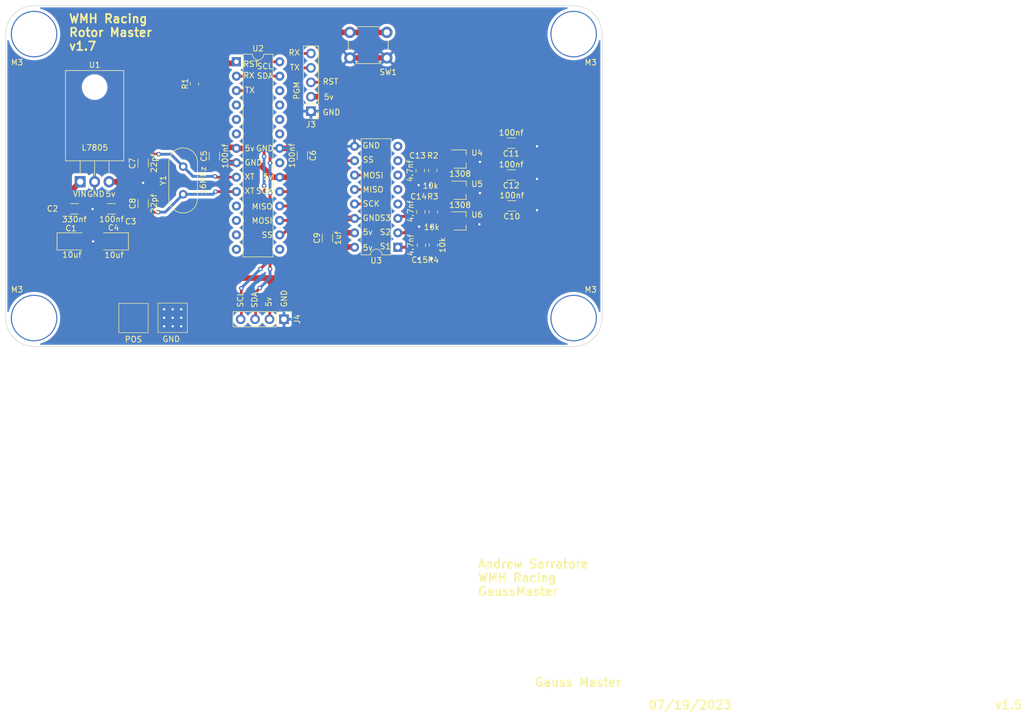
<source format=kicad_pcb>
(kicad_pcb (version 20221018) (generator pcbnew)
  (layers (0 "F.Cu" signal) (31 "B.Cu" signal) (34 "B.Paste" user) (35 "F.Paste" user) (36 "B.SilkS" user "B.Silkscreen") (37 "F.SilkS" user "F.Silkscreen") (38 "B.Mask" user) (39 "F.Mask" user) (44 "Edge.Cuts" user))
  (net 0 "")
  (net 1 "/+8.4v")
  (net 2 "GND")
  (net 3 "/+5v")
  (net 4 "/XTAL1")
  (net 5 "/XTAL2")
  (net 6 "/RX")
  (net 7 "/TX")
  (net 8 "/SS")
  (net 9 "/MOSI")
  (net 10 "/MISO")
  (net 11 "/SCK")
  (net 17 "/RESET")
  (net 18 "SEN1")
  (net 19 "SEN2")
  (net 20 "/SDA")
  (net 21 "/SCL")
  (net 22 "SEN3")
  (footprint "Capacitor_SMD:C_1206_3216Metric_Pad1.33x1.80mm_HandSolder" (layer "F.Cu") (at 131.745 96.4925 90)
    (fp_text reference "C5")
    (fp_text value "100nf")
  )
  (footprint "Connector_PinHeader_2.54mm:PinHeader_1x04_P2.54mm_Vertical" (layer "F.Cu") (at 143.995 125.205 -90)
    (fp_text reference "J4")
    (fp_text value "I2C")
  )
  (footprint "MountingHole:MountingHole_3.2mm_M3" (layer "F.Cu") (at 195 75)
    (fp_text reference "H3")
    (fp_text value "M3")
  )
  (footprint "MountingHole:MountingHole_3.2mm_M3" (layer "F.Cu") (at 100 125)
    (fp_text reference "H2")
    (fp_text value "M3")
  )
  (footprint "Package_DIP:DIP-28_W7.62mm" (layer "F.Cu") (at 135.625 79.875)
    (fp_text reference "U2")
    (fp_text value "ATmega328P-P")
  )
  (footprint "Button_Switch_THT:SW_PUSH_6mm_H7.3mm" (layer "F.Cu") (at 162.1 79.2 180)
    (fp_text reference "SW1")
    (fp_text value "SW_Push_Dual")
  )
  (footprint "SolderPad_THT:SolderPad_5x5" (layer "F.Cu") (at 124.4 124.95)
    (fp_text reference "J2")
    (fp_text value "GND")
  )
  (footprint "Crystal:Crystal_HC49-4H_Vertical" (layer "F.Cu") (at 126.245 103.205 90)
    (fp_text reference "Y1")
    (fp_text value "16MHz")
  )
  (footprint "Capacitor_SMD:C_1206_3216Metric_Pad1.33x1.80mm_HandSolder" (layer "F.Cu") (at 113.6375 105.77 180)
    (fp_text reference "C3")
    (fp_text value "100nf")
  )
  (footprint "MountingHole:MountingHole_3.2mm_M3" (layer "F.Cu") (at 100 75)
    (fp_text reference "H1")
    (fp_text value "M3")
  )
  (footprint "Capacitor_Tantalum_SMD:CP_EIA-3528-21_Kemet-B_Pad1.50x2.35mm_HandSolder" (layer "F.Cu") (at 106.675 111.5)
    (fp_text reference "C1")
    (fp_text value "10uf")
  )
  (footprint "Capacitor_SMD:C_0805_2012Metric_Pad1.18x1.45mm_HandSolder" (layer "F.Cu") (at 168 99.0375 -90)
    (fp_text reference "C13")
    (fp_text value "4.7nf")
  )
  (footprint "Package_TO_SOT_SMD:SOT-23W" (layer "F.Cu") (at 175 102.5)
    (fp_text reference "U5")
    (fp_text value "1308")
  )
  (footprint "Capacitor_SMD:C_1206_3216Metric_Pad1.33x1.80mm_HandSolder" (layer "F.Cu") (at 184.0125 94.2 180)
    (fp_text reference "C11")
    (fp_text value "100nf")
  )
  (footprint "Capacitor_SMD:C_1206_3216Metric_Pad1.33x1.80mm_HandSolder" (layer "F.Cu") (at 184.1125 105.25 180)
    (fp_text reference "C10")
    (fp_text value "100nf")
  )
  (footprint "Capacitor_SMD:C_1206_3216Metric_Pad1.33x1.80mm_HandSolder" (layer "F.Cu") (at 184.0125 99.8 180)
    (fp_text reference "C12")
    (fp_text value "100nf")
  )
  (footprint "Resistor_SMD:R_0805_2012Metric_Pad1.20x1.40mm_HandSolder" (layer "F.Cu") (at 170.2 99 -90)
    (fp_text reference "R2")
    (fp_text value "10k")
  )
  (footprint "Capacitor_SMD:C_1206_3216Metric_Pad1.33x1.80mm_HandSolder" (layer "F.Cu") (at 151.645 110.9175 90)
    (fp_text reference "C9")
    (fp_text value "1uf")
  )
  (footprint "Package_DIP:DIP-16_W7.62mm" (layer "F.Cu") (at 164.045 112.535 180)
    (fp_text reference "U3")
    (fp_text value "MCP3208")
  )
  (footprint "Package_TO_SOT_SMD:SOT-23W" (layer "F.Cu") (at 175 107.9)
    (fp_text reference "U6")
    (fp_text value "1308" hide)
  )
  (footprint "Capacitor_SMD:C_1206_3216Metric_Pad1.33x1.80mm_HandSolder" (layer "F.Cu") (at 119.2 104.8375 90)
    (fp_text reference "C8")
    (fp_text value "22pf")
  )
  (footprint "Capacitor_SMD:C_1206_3216Metric_Pad1.33x1.80mm_HandSolder" (layer "F.Cu") (at 119.2 97.7125 -90)
    (fp_text reference "C7")
    (fp_text value "22pf")
  )
  (footprint "Capacitor_Tantalum_SMD:CP_EIA-3528-21_Kemet-B_Pad1.50x2.35mm_HandSolder" (layer "F.Cu") (at 113.975 111.5 180)
    (fp_text reference "C4")
    (fp_text value "10uf")
  )
  (footprint "Resistor_SMD:R_0805_2012Metric_Pad1.20x1.40mm_HandSolder" (layer "F.Cu") (at 170.3 112.1625 -90)
    (fp_text reference "R4")
    (fp_text value "10k")
  )
  (footprint "SolderPad_THT:SolderPad_5x5" (layer "F.Cu") (at 117.5 125)
    (fp_text reference "J1")
    (fp_text value "POS")
  )
  (footprint "Capacitor_SMD:C_0805_2012Metric_Pad1.18x1.45mm_HandSolder" (layer "F.Cu") (at 168.2 112.2 -90)
    (fp_text reference "C15")
    (fp_text value "4.7nf")
  )
  (footprint "Package_TO_SOT_THT:TO-220-3_Horizontal_TabDown" (layer "F.Cu") (at 108.12 101)
    (fp_text reference "U1")
    (fp_text value "L7805")
  )
  (footprint "Package_TO_SOT_SMD:SOT-23W" (layer "F.Cu") (at 175 97)
    (fp_text reference "U4")
    (fp_text value "1308")
  )
  (footprint "Capacitor_SMD:C_0805_2012Metric_Pad1.18x1.45mm_HandSolder" (layer "F.Cu") (at 168.1 106.3 -90)
    (fp_text reference "C14")
    (fp_text value "4.7nf")
  )
  (footprint "Capacitor_SMD:C_1206_3216Metric_Pad1.33x1.80mm_HandSolder" (layer "F.Cu") (at 147.245 96.3925 -90)
    (fp_text reference "C6")
    (fp_text value "100nf")
  )
  (footprint "Capacitor_SMD:C_1206_3216Metric_Pad1.33x1.80mm_HandSolder" (layer "F.Cu") (at 107.0975 105.77)
    (fp_text reference "C2")
    (fp_text value "330nf")
  )
  (footprint "Connector_PinHeader_2.54mm:PinHeader_1x05_P2.54mm_Vertical" (layer "F.Cu") (at 148.745 88.575 180)
    (fp_text reference "J3")
    (fp_text value "PGM")
  )
  (footprint "Resistor_SMD:R_0805_2012Metric_Pad1.20x1.40mm_HandSolder" (layer "F.Cu") (at 128.245 83.755 90)
    (fp_text reference "R1")
    (fp_text value "10k")
  )
  (footprint "MountingHole:MountingHole_3.2mm_M3" (layer "F.Cu") (at 195 125)
    (fp_text reference "H4")
    (fp_text value "M3")
  )
  (footprint "Resistor_SMD:R_0805_2012Metric_Pad1.20x1.40mm_HandSolder" (layer "F.Cu") (at 170.3 106.3 -90)
    (fp_text reference "R3")
    (fp_text value "10k")
  )
  (gr_circle (center 100 125) (end 104 125) (stroke (width 0.2)) (fill none) (layer "B.Cu"))
  (gr_circle (center 195 75) (end 191 75) (stroke (width 0.2)) (fill none) (layer "B.Cu"))
  (gr_circle (center 100 75) (end 104 75) (stroke (width 0.2)) (fill none) (layer "B.Cu"))
  (gr_circle (center 195 125) (end 191 125) (stroke (width 0.2)) (fill none) (layer "B.Cu"))
  (gr_arc (start 195 70) (mid 198.535534 71.464466) (end 200 75) (stroke (width 0.1)) (layer "Edge.Cuts"))
  (gr_line (start 100 70) (end 195 70) (stroke (width 0.1)) (layer "Edge.Cuts"))
  (gr_arc (start 100 130) (mid 96.464466 128.535534) (end 95 125) (stroke (width 0.1)) (layer "Edge.Cuts"))
  (gr_arc (start 95 75) (mid 96.464466 71.464466) (end 100 70) (stroke (width 0.1)) (layer "Edge.Cuts"))
  (gr_line (start 95 125) (end 95 75) (stroke (width 0.1)) (layer "Edge.Cuts"))
  (gr_line (start 195 130) (end 100 130) (stroke (width 0.1)) (layer "Edge.Cuts"))
  (gr_line (start 200 75) (end 200 125) (stroke (width 0.1)) (layer "Edge.Cuts"))
  (gr_arc (start 200 125) (mid 198.535534 128.535534) (end 195 130) (stroke (width 0.1)) (layer "Edge.Cuts"))
  (gr_text "GND" (at 136.995 98.205) (layer "F.SilkS") (effects (font (size 1 1)) (justify left bottom)))
  (gr_text "SDA" (at 139.4 123.3 90) (layer "F.SilkS") (effects (font (size 1 1)) (justify left bottom)))
  (gr_text "VIN" (at 106.75 103.75) (layer "F.SilkS") (effects (font (size 1 1)) (justify left bottom)))
  (gr_text "GND" (at 157.745 95.205) (layer "F.SilkS") (effects (font (size 1 1)) (justify left bottom)))
  (gr_text "RST" (at 136.745 80.855) (layer "F.SilkS") (effects (font (size 1 1)) (justify left bottom)))
  (gr_text "GND" (at 150.745 89.355) (layer "F.SilkS") (effects (font (size 1 1)) (justify left bottom)))
  (gr_text "MOSI" (at 157.795 100.455) (layer "F.SilkS") (effects (font (size 1 1)) (justify left bottom)))
  (gr_text "RX" (at 136.745 82.855) (layer "F.SilkS") (effects (font (size 1 1)) (justify left bottom)))
  (gr_text "GND" (at 109.25 103.75) (layer "F.SilkS") (effects (font (size 1 1)) (justify left bottom)))
  (gr_text "SS" (at 157.795 97.705) (layer "F.SilkS") (effects (font (size 1 1)) (justify left bottom)))
  (gr_text "XT" (at 136.995 103.205) (layer "F.SilkS") (effects (font (size 1 1)) (justify left bottom)))
  (gr_text "Gauss Master" (at 188 190) (layer "F.SilkS") (effects (font (size 1.5 1.5) (thickness 0.3) bold) (justify left bottom)))
  (gr_text "WMH Racing\nRotor Master\nv1.7" (at 106 78) (layer "F.SilkS") (effects (font (size 1.5 1.5) (thickness 0.3) bold) (justify left bottom)))
  (gr_text "SCK" (at 138.995 103.205) (layer "F.SilkS") (effects (font (size 1 1)) (justify left bottom)))
  (gr_text "SCL" (at 136.9 123.2 90) (layer "F.SilkS") (effects (font (size 1 1)) (justify left bottom)))
  (gr_text "RST" (at 150.745 83.955) (layer "F.SilkS") (effects (font (size 1 1)) (justify left bottom)))
  (gr_text "SDA" (at 139.145 82.955) (layer "F.SilkS") (effects (font (size 1 1)) (justify left bottom)))
  (gr_text "07/19/2023" (at 208 194) (layer "F.SilkS") (effects (font (size 1.5 1.5) (thickness 0.3) bold) (justify left bottom)))
  (gr_text "5v" (at 157.795 113.205) (layer "F.SilkS") (effects (font (size 1 1)) (justify left bottom)))
  (gr_text "TX" (at 137.045 85.455) (layer "F.SilkS") (effects (font (size 1 1)) (justify left bottom)))
  (gr_text "MISO" (at 157.795 102.955) (layer "F.SilkS") (effects (font (size 1 1)) (justify left bottom)))
  (gr_text "S2" (at 160.795 110.455) (layer "F.SilkS") (effects (font (size 1 1)) (justify left bottom)))
  (gr_text "RX" (at 144.745 78.855) (layer "F.SilkS") (effects (font (size 1 1)) (justify left bottom)))
  (gr_text "SCL" (at 139.145 81.255) (layer "F.SilkS") (effects (font (size 1 1)) (justify left bottom)))
  (gr_text "MOSI" (at 138.245 108.455) (layer "F.SilkS") (effects (font (size 1 1)) (justify left bottom)))
  (gr_text "Andrew Sarratore\nWMH Racing\nGaussMaster" (at 178 174) (layer "F.SilkS") (effects (font (size 1.5 1.5) (thickness 0.3) bold) (justify left bottom)))
  (gr_text "SCK" (at 157.795 105.455) (layer "F.SilkS") (effects (font (size 1 1)) (justify left bottom)))
  (gr_text "5v" (at 157.795 110.455) (layer "F.SilkS") (effects (font (size 1 1)) (justify left bottom)))
  (gr_text "5v" (at 150.945 86.655) (layer "F.SilkS") (effects (font (size 1 1)) (justify left bottom)))
  (gr_text "TX" (at 144.945 81.455) (layer "F.SilkS") (effects (font (size 1 1)) (justify left bottom)))
  (gr_text "MISO" (at 138.245 105.955) (layer "F.SilkS") (effects (font (size 1 1)) (justify left bottom)))
  (gr_text "S1" (at 160.795 112.955) (layer "F.SilkS") (effects (font (size 1 1)) (justify left bottom)))
  (gr_text "GND" (at 144.6 123.2 90) (layer "F.SilkS") (effects (font (size 1 1)) (justify left bottom)))
  (gr_text "GND" (at 157.795 107.955) (layer "F.SilkS") (effects (font (size 1 1)) (justify left bottom)))
  (gr_text "XT" (at 136.995 100.705) (layer "F.SilkS") (effects (font (size 1 1)) (justify left bottom)))
  (gr_text "5v" (at 136.995 95.705) (layer "F.SilkS") (effects (font (size 1 1)) (justify left bottom)))
  (gr_text "GND" (at 138.995 95.705) (layer "F.SilkS") (effects (font (size 1 1)) (justify left bottom)))
  (gr_text "5v" (at 112.5 103.75) (layer "F.SilkS") (effects (font (size 1 1)) (justify left bottom)))
  (gr_text "v1.5" (at 269 194) (layer "F.SilkS") (effects (font (size 1.5 1.5) (thickness 0.3) bold) (justify left bottom)))
  (gr_text "SS" (at 139.995 110.955) (layer "F.SilkS") (effects (font (size 1 1)) (justify left bottom)))
  (gr_text "5v" (at 140.245 100.705) (layer "F.SilkS") (effects (font (size 1 1)) (justify left bottom)))
  (gr_text "S3" (at 160.795 107.955) (layer "F.SilkS") (effects (font (size 1 1)) (justify left bottom)))
  (gr_text "5v" (at 141.9 123.1 90) (layer "F.SilkS") (effects (font (size 1 1)) (justify left bottom)))
  (segment (start 105.05 120.05) (end 110 125) (width 1) (layer "F.Cu") (net 1))
  (segment (start 105.535 103.585) (end 108.12 101) (width 1) (layer "F.Cu") (net 1))
  (segment (start 105.535 105.77) (end 105.535 103.585) (width 1) (layer "F.Cu") (net 1))
  (segment (start 105.05 108.85) (end 105.535 108.365) (width 1) (layer "F.Cu") (net 1))
  (segment (start 105.05 111.5) (end 105.05 120.05) (width 1) (layer "F.Cu") (net 1))
  (segment (start 105.05 111.5) (end 105.05 108.85) (width 1) (layer "F.Cu") (net 1))
  (segment (start 110 125) (end 117.5 125) (width 1) (layer "F.Cu") (net 1))
  (segment (start 105.535 108.365) (end 105.535 105.77) (width 1) (layer "F.Cu") (net 1))
  (segment (start 170.3 113.1625) (end 170.3 114.1625) (width 0.5) (layer "F.Cu") (net 2))
  (segment (start 132.145 97.655) (end 131.745 98.055) (width 1) (layer "F.Cu") (net 2))
  (segment (start 168.2 114.0625) (end 167.7 114.5625) (width 0.5) (layer "F.Cu") (net 2))
  (segment (start 178 102.5) (end 178.5 103) (width 1) (layer "F.Cu") (net 2))
  (segment (start 170.2 101.1) (end 169.7 101.6) (width 0.5) (layer "F.Cu") (net 2))
  (segment (start 153.545 107.455) (end 156.425 107.455) (width 1) (layer "F.Cu") (net 2))
  (segment (start 170.3 107.4) (end 170.3 108.6) (width 0.5) (layer "F.Cu") (net 2))
  (segment (start 112.35 113.85) (end 118 119.5) (width 1) (layer "F.Cu") (net 2))
  (segment (start 168 101.3) (end 167.7 101.6) (width 0.5) (layer "F.Cu") (net 2))
  (segment (start 170.3 108.6) (end 170 108.9) (width 0.5) (layer "F.Cu") (net 2))
  (segment (start 187.8 105.25) (end 188.55 106) (width 1) (layer "F.Cu") (net 2))
  (segment (start 122.15 119.45) (end 124.4 121.7) (width 1) (layer "F.Cu") (net 2))
  (segment (start 124.4 121.7) (end 124.4 123.45) (width 1) (layer "F.Cu") (net 2))
  (segment (start 146.96 95.115) (end 147.245 94.83) (width 1) (layer "F.Cu") (net 2))
  (segment (start 188 94.2) (end 188.55 94.75) (width 1) (layer "F.Cu") (net 2))
  (segment (start 170.3 114.1625) (end 169.9 114.5625) (width 0.5) (layer "F.Cu") (net 2))
  (segment (start 151.645 109.355) (end 153.545 107.455) (width 1) (layer "F.Cu") (net 2))
  (segment (start 155.6 79.2) (end 158.85 79.2) (width 1) (layer "F.Cu") (net 2))
  (segment (start 135.625 97.655) (end 132.145 97.655) (width 1) (layer "F.Cu") (net 2))
  (segment (start 170 108.9) (end 170.1 108.8) (width 0.5) (layer "F.Cu") (net 2))
  (segment (start 119.2 101.2) (end 119.2 103.275) (width 0.5) (layer "F.Cu") (net 2))
  (segment (start 168.2 113.2375) (end 168.2 114.0625) (width 0.5) (layer "F.Cu") (net 2))
  (segment (start 176.2 107.9) (end 177.8 107.9) (width 1) (layer "F.Cu") (net 2))
  (segment (start 176.2 97) (end 178 97) (width 1) (layer "F.Cu") (net 2))
  (segment (start 168 100.075) (end 168 101.3) (width 0.5) (layer "F.Cu") (net 2))
  (segment (start 124.4 123.45) (end 124.4 124.95) (width 1) (layer "F.Cu") (net 2))
  (segment (start 185.575 94.2) (end 188 94.2) (width 1) (layer "F.Cu") (net 2))
  (segment (start 185.575 99.8) (end 187.85 99.8) (width 1) (layer "F.Cu") (net 2))
  (segment (start 108.3 111.5) (end 110.4 111.5) (width 1) (layer "F.Cu") (net 2))
  (segment (start 176.2 102.5) (end 178 102.5) (width 1) (layer "F.Cu") (net 2))
  (segment (start 168.1 107.4) (end 168.1 108.6) (width 0.5) (layer "F.Cu") (net 2))
  (segment (start 178 97) (end 178.5 97.5) (width 1) (layer "F.Cu") (net 2))
  (segment (start 158.85 79.2) (end 162.1 79.2) (width 1) (layer "F.Cu") (net 2))
  (segment (start 110.4 111.5) (end 112.35 111.5) (width 1) (layer "F.Cu") (net 2))
  (segment (start 187.85 99.8) (end 188.55 100.5) (width 1) (layer "F.Cu") (net 2))
  (segment (start 110.37 105.77) (end 112.075 105.77) (width 1) (layer "F.Cu") (net 2))
  (segment (start 177.8 107.9) (end 178.4 108.5) (width 1) (layer "F.Cu") (net 2))
  (segment (start 143.245 95.115) (end 146.96 95.115) (width 1) (layer "F.Cu") (net 2))
  (segment (start 185.675 105.25) (end 187.8 105.25) (width 1) (layer "F.Cu") (net 2))
  (segment (start 119.2 99.275) (end 119.2 101.2) (width 0.5) (layer "F.Cu") (net 2))
  (segment (start 167.8 108.9) (end 167.9 108.8) (width 0.5) (layer "F.Cu") (net 2))
  (segment (start 118 119.5) (end 122.25 119.5) (width 1) (layer "F.Cu") (net 2))
  (segment (start 108.66 105.77) (end 110.23 105.77) (width 1) (layer "F.Cu") (net 2))
  (segment (start 112.35 111.5) (end 112.35 113.85) (width 1) (layer "F.Cu") (net 2))
  (segment (start 170.2 100) (end 170.2 101.1) (width 0.5) (layer "F.Cu") (net 2))
  (segment (start 168.1 108.6) (end 167.8 108.9) (width 0.5) (layer "F.Cu") (net 2))
  (via (at 169.9 114.5625) (size 0.8) (drill 0.4) (layers "F.Cu" "B.Cu") (net 2))
  (via (at 110.4 111.5) (size 0.8) (drill 0.4) (layers "F.Cu" "B.Cu") (net 2))
  (via (at 169.7 101.6) (size 0.8) (drill 0.4) (layers "F.Cu" "B.Cu") (net 2))
  (via (at 124.4 126.45) (size 0.8) (drill 0.4) (layers "F.Cu" "B.Cu") (net 2))
  (via (at 124.4 123.45) (size 0.8) (drill 0.4) (layers "F.Cu" "B.Cu") (net 2))
  (via (at 122.9 124.95) (size 0.8) (drill 0.4) (layers "F.Cu" "B.Cu") (net 2))
  (via (at 188.55 94.75) (size 0.8) (drill 0.4) (layers "F.Cu" "B.Cu") (net 2))
  (via (at 178.5 103) (size 0.8) (drill 0.4) (layers "F.Cu" "B.Cu") (net 2))
  (via (at 167.7 114.5625) (size 0.8) (drill 0.4) (layers "F.Cu" "B.Cu") (net 2))
  (via (at 170 108.9) (size 0.8) (drill 0.4) (layers "F.Cu" "B.Cu") (net 2))
  (via (at 188.55 106) (size 0.8) (drill 0.4) (layers "F.Cu" "B.Cu") (net 2))
  (via (at 122.9 123.45) (size 0.8) (drill 0.4) (layers "F.Cu" "B.Cu") (net 2))
  (via (at 125.9 126.45) (size 0.8) (drill 0.4) (layers "F.Cu" "B.Cu") (net 2))
  (via (at 188.55 100.5) (size 0.8) (drill 0.4) (layers "F.Cu" "B.Cu") (net 2))
  (via (at 119.2 101.2) (size 0.8) (drill 0.4) (layers "F.Cu" "B.Cu") (net 2))
  (via (at 125.9 123.45) (size 0.8) (drill 0.4) (layers "F.Cu" "B.Cu") (net 2))
  (via (at 178.5 97.5) (size 0.8) (drill 0.4) (layers "F.Cu" "B.Cu") (net 2))
  (via (at 125.9 124.95) (size 0.8) (drill 0.4) (layers "F.Cu" "B.Cu") (net 2))
  (via (at 178.4 108.5) (size 0.8) (drill 0.4) (layers "F.Cu" "B.Cu") (net 2))
  (via (at 167.7 101.6) (size 0.8) (drill 0.4) (layers "F.Cu" "B.Cu") (net 2))
  (via (at 110.3 105.8) (size 0.8) (drill 0.4) (layers "F.Cu" "B.Cu") (net 2))
  (via (at 122.9 126.45) (size 0.8) (drill 0.4) (layers "F.Cu" "B.Cu") (net 2))
  (via (at 167.8 108.9) (size 0.8) (drill 0.4) (layers "F.Cu" "B.Cu") (net 2))
  (via (at 124.4 124.95) (size 0.8) (drill 0.4) (layers "F.Cu" "B.Cu") (net 2))
  (segment (start 151.645 112.48) (end 151.645 116.755) (width 1) (layer "F.Cu") (net 3))
  (segment (start 150.325 86.035) (end 148.745 86.035) (width 1) (layer "F.Cu") (net 3))
  (segment (start 131.745 90.155) (end 129.355 87.765) (width 1) (layer "F.Cu") (net 3))
  (segment (start 151.245 98.455) (end 151.245 86.955) (width 1) (layer "F.Cu") (net 3))
  (segment (start 146.405 100.195) (end 147.245 99.355) (width 1) (layer "F.Cu") (net 3))
  (segment (start 141.495 118.955) (end 142.495 117.955) (width 0.5) (layer "F.Cu") (net 3))
  (segment (start 128.245 86.555) (end 128.245 84.755) (width 1) (layer "F.Cu") (net 3))
  (segment (start 151.245 117.955) (end 152.845 117.955) (width 1) (layer "F.Cu") (net 3))
  (segment (start 141.495 118.955) (end 141.495 117.955) (width 0.5) (layer "F.Cu") (net 3))
  (segment (start 182.6 112.3) (end 182.6 105.3) (width 1) (layer "F.Cu") (net 3))
  (segment (start 115.6 111.5) (end 115.6 108.8) (width 1) (layer "F.Cu") (net 3))
  (segment (start 151.245 86.955) (end 150.325 86.035) (width 1) (layer "F.Cu") (net 3))
  (segment (start 115.2 105.77) (end 115.2 102) (width 1) (layer "F.Cu") (net 3))
  (segment (start 117.25 90.56) (end 117.25 98.75) (width 1) (layer "F.Cu") (net 3))
  (segment (start 182.45 94.2) (end 174.3 94.2) (width 1) (layer "F.Cu") (net 3))
  (segment (start 143.745 117.955) (end 144.495 117.955) (width 1) (layer "F.Cu") (net 3))
  (segment (start 115.2 102) (end 115.2 101.2) (width 1) (layer "F.Cu") (net 3))
  (segment (start 141.985 100.195) (end 143.245 100.195) (width 1) (layer "F.Cu") (net 3))
  (segment (start 126.9 87.81) (end 126.945 87.765) (width 1) (layer "F.Cu") (net 3))
  (segment (start 174.3 94.2) (end 173.8 94.7) (width 1) (layer "F.Cu") (net 3))
  (segment (start 132.245 94.955) (end 135.465 94.955) (width 1) (layer "F.Cu") (net 3))
  (segment (start 123.955 117.955) (end 117.5 111.5) (width 1) (layer "F.Cu") (net 3))
  (segment (start 151.645 116.755) (end 151.645 117.955) (width 1) (layer "F.Cu") (net 3))
  (segment (start 150.445 117.955) (end 150.345 117.955) (width 1) (layer "F.Cu") (net 3))
  (segment (start 155.105 109.995) (end 154.545 110.555) (width 1) (layer "F.Cu") (net 3))
  (segment (start 135.465 94.955) (end 135.625 95.115) (width 1) (layer "F.Cu") (net 3))
  (segment (start 151.645 116.755) (end 150.445 117.955) (width 1) (layer "F.Cu") (net 3))
  (segment (start 156.37 112.48) (end 156.425 112.535) (width 1) (layer "F.Cu") (net 3))
  (segment (start 128.245 86.655) (end 129.355 87.765) (width 1) (layer "F.Cu") (net 3))
  (segment (start 152.845 117.955) (end 153.245 117.955) (width 1) (layer "F.Cu") (net 3))
  (segment (start 182.45 99.8) (end 182.45 94.2) (width 1) (layer "F.Cu") (net 3))
  (segment (start 151.645 112.48) (end 154.545 112.48) (width 1) (layer "F.Cu") (net 3))
  (segment (start 177.15 117.75) (end 182.6 112.3) (width 1) (layer "F.Cu") (net 3))
  (segment (start 120 87.81) (end 117.25 90.56) (width 1) (layer "F.Cu") (net 3))
  (segment (start 173.8 100.2) (end 173.8 101.55) (width 1) (layer "F.Cu") (net 3))
  (segment (start 115 101) (end 113.2 101) (width 1) (layer "F.Cu") (net 3))
  (segment (start 128.155 86.555) (end 126.945 87.765) (width 1) (layer "F.Cu") (net 3))
  (segment (start 154.545 112.48) (end 156.37 112.48) (width 1) (layer "F.Cu") (net 3))
  (segment (start 151.245 117.955) (end 151.645 117.955) (width 1) (layer "F.Cu") (net 3))
  (segment (start 154.245 117.955) (end 176.945 117.955) (width 1) (layer "F.Cu") (net 3))
  (segment (start 149.505 100.195) (end 151.245 98.455) (width 1) (layer "F.Cu") (net 3))
  (segment (start 135.625 95.115) (end 136.905 95.115) (width 1) (layer "F.Cu") (net 3))
  (segment (start 128.245 86.555) (end 128.245 86.655) (width 1) (layer "F.Cu") (net 3))
  (segment (start 139.745 117.955) (end 123.955 117.955) (width 1) (layer "F.Cu") (net 3))
  (segment (start 114.2 101) (end 115.2 102) (width 0.5) (layer "F.Cu") (net 3))
  (segment (start 117.5 111.5) (end 115.6 111.5) (width 1) (layer "F.Cu") (net 3))
  (segment (start 143.245 100.195) (end 146.405 100.195) (width 1) (layer "F.Cu") (net 3))
  (segment (start 144.495 117.955) (end 150.345 117.955) (width 1) (layer "F.Cu") (net 3))
  (segment (start 182.45 99.8) (end 174.2 99.8) (width 1) (layer "F.Cu") (net 3))
  (segment (start 154.245 117.955) (end 153.645 117.955) (width 1) (layer "F.Cu") (net 3))
  (segment (start 115.2 101.2) (end 115 101) (width 1) (layer "F.Cu") (net 3))
  (segment (start 142.495 117.955) (end 143.745 117.955) (width 1) (layer "F.Cu") (net 3))
  (segment (start 153.245 117.955) (end 154.245 117.955) (width 1) (layer "F.Cu") (net 3))
  (segment (start 156.425 109.995) (end 155.105 109.995) (width 1) (layer "F.Cu") (net 3))
  (segment (start 151.645 116.755) (end 152.845 117.955) (width 1) (layer "F.Cu") (net 3))
  (segment (start 131.745 94.93) (end 131.745 90.155) (width 1) (layer "F.Cu") (net 3))
  (segment (start 128.245 87.765) (end 128.245 86.555) (width 1) (layer "F.Cu") (net 3))
  (segment (start 113.2 101) (end 114.2 101) (width 0.5) (layer "F.Cu") (net 3))
  (segment (start 117.25 98.75) (end 115 101) (width 1) (layer "F.Cu") (net 3))
  (segment (start 182.55 105.25) (end 182.55 99.9) (width 1) (layer "F.Cu") (net 3))
  (segment (start 174.2 99.8) (end 173.8 100.2) (width 1) (layer "F.Cu") (net 3))
  (segment (start 173.8 94.7) (end 173.8 96.05) (width 1) (layer "F.Cu") (net 3))
  (segment (start 139.745 117.955) (end 141.495 117.955) (width 1) (layer "F.Cu") (net 3))
  (segment (start 115.6 108.8) (end 115.2 108.4) (width 1) (layer "F.Cu") (net 3))
  (segment (start 120 87.81) (end 126.9 87.81) (width 1) (layer "F.Cu") (net 3))
  (segment (start 141.495 125.205) (end 141.495 118.955) (width 0.5) (layer "F.Cu") (net 3))
  (segment (start 140.495 117.955) (end 139.745 117.955) (width 0.5) (layer "F.Cu") (net 3))
  (segment (start 141.495 118.955) (end 140.495 117.955) (width 0.5) (layer "F.Cu") (net 3))
  (segment (start 154.545 110.555) (end 154.545 112.48) (width 1) (layer "F.Cu") (net 3))
  (segment (start 129.355 87.765) (end 128.245 87.765) (width 1) (layer "F.Cu") (net 3))
  (segment (start 176.9 118) (end 177.15 117.75) (width 1) (layer "F.Cu") (net 3))
  (segment (start 150.345 117.955) (end 151.245 117.955) (width 1) (layer "F.Cu") (net 3))
  (segment (start 182.55 105.25) (end 174.25 105.25) (width 1) (layer "F.Cu") (net 3))
  (segment (start 128.245 86.555) (end 128.155 86.555) (width 1) (layer "F.Cu") (net 3))
  (segment (start 146.405 100.195) (end 149.505 100.195) (width 1) (layer "F.Cu") (net 3))
  (segment (start 174.25 105.25) (end 173.8 105.7) (width 1) (layer "F.Cu") (net 3))
  (segment (start 136.905 95.115) (end 141.985 100.195) (width 1) (layer "F.Cu") (net 3))
  (segment (start 128.245 87.765) (end 126.945 87.765) (width 1) (layer "F.Cu") (net 3))
  (segment (start 176.945 117.955) (end 177.15 117.75) (width 1) (layer "F.Cu") (net 3))
  (segment (start 173.8 105.7) (end 173.8 106.95) (width 1) (layer "F.Cu") (net 3))
  (segment (start 115.2 108.4) (end 115.2 105.77) (width 1) (layer "F.Cu") (net 3))
  (segment (start 182.6 105.3) (end 182.55 105.25) (width 1) (layer "F.Cu") (net 3))
  (segment (start 141.495 117.955) (end 142.495 117.955) (width 1) (layer "F.Cu") (net 3))
  (segment (start 147.245 99.355) (end 147.245 97.955) (width 1) (layer "F.Cu") (net 3))
  (segment (start 121.945 96.155) (end 119.205 96.155) (width 0.5) (layer "F.Cu") (net 4))
  (segment (start 135.625 100.195) (end 131.985 100.195) (width 0.5) (layer "F.Cu") (net 4))
  (segment (start 131.845 100.055) (end 131.945 100.155) (width 0.5) (layer "F.Cu") (net 4))
  (segment (start 131.985 100.195) (end 131.845 100.055) (width 0.5) (layer "F.Cu") (net 4))
  (segment (start 119.205 96.155) (end 119.2 96.15) (width 0.5) (layer "F.Cu") (net 4))
  (via (at 121.945 96.155) (size 0.8) (drill 0.4) (layers "F.Cu" "B.Cu") (net 4))
  (via (at 131.845 100.055) (size 0.8) (drill 0.4) (layers "F.Cu" "B.Cu") (net 4))
  (segment (start 126.245 98.325) (end 124.075 96.155) (width 0.5) (layer "B.Cu") (net 4))
  (segment (start 124.075 96.155) (end 121.945 96.155) (width 0.5) (layer "B.Cu") (net 4))
  (segment (start 127.975 100.055) (end 126.245 98.325) (width 0.5) (layer "B.Cu") (net 4))
  (segment (start 131.845 100.055) (end 127.975 100.055) (width 0.5) (layer "B.Cu") (net 4))
  (segment (start 131.945 102.755) (end 131.945 102.855) (width 0.5) (layer "F.Cu") (net 5))
  (segment (start 131.945 102.855) (end 132.045 102.755) (width 0.5) (layer "F.Cu") (net 5))
  (segment (start 132.045 102.755) (end 131.945 102.755) (width 0.5) (layer "F.Cu") (net 5))
  (segment (start 135.625 102.735) (end 132.065 102.735) (width 0.5) (layer "F.Cu") (net 5))
  (segment (start 132.065 102.735) (end 132.045 102.755) (width 0.5) (layer "F.Cu") (net 5))
  (segment (start 119.245 106.355) (end 119.2 106.4) (width 0.5) (layer "F.Cu") (net 5))
  (segment (start 121.845 106.355) (end 119.245 106.355) (width 0.5) (layer "F.Cu") (net 5))
  (via (at 121.845 106.355) (size 0.8) (drill 0.4) (layers "F.Cu" "B.Cu") (net 5))
  (via (at 131.945 102.755) (size 0.8) (drill 0.4) (layers "F.Cu" "B.Cu") (net 5))
  (segment (start 126.245 103.205) (end 123.095 106.355) (width 0.5) (layer "B.Cu") (net 5))
  (segment (start 131.495 103.205) (end 131.945 102.755) (width 0.5) (layer "B.Cu") (net 5))
  (segment (start 126.245 103.205) (end 131.495 103.205) (width 0.5) (layer "B.Cu") (net 5))
  (segment (start 123.095 106.355) (end 121.845 106.355) (width 0.5) (layer "B.Cu") (net 5))
  (segment (start 147.205 78.415) (end 145.245 76.455) (width 0.5) (layer "F.Cu") (net 6))
  (segment (start 139.745 76.455) (end 138.245 77.955) (width 0.5) (layer "F.Cu") (net 6))
  (segment (start 145.245 76.455) (end 139.745 76.455) (width 0.5) (layer "F.Cu") (net 6))
  (segment (start 136.785 82.415) (end 135.625 82.415) (width 0.5) (layer "F.Cu") (net 6))
  (segment (start 138.245 80.955) (end 136.785 82.415) (width 0.5) (layer "F.Cu") (net 6))
  (segment (start 138.245 77.955) (end 138.245 80.955) (width 0.5) (layer "F.Cu") (net 6))
  (segment (start 148.745 78.415) (end 147.205 78.415) (width 0.5) (layer "F.Cu") (net 6))
  (segment (start 139.745 77.455) (end 138.945 78.255) (width 0.5) (layer "F.Cu") (net 7))
  (segment (start 138.945 78.255) (end 138.945 83.755) (width 0.5) (layer "F.Cu") (net 7))
  (segment (start 145.245 80.455) (end 145.245 78.455) (width 0.5) (layer "F.Cu") (net 7))
  (segment (start 145.245 78.455) (end 144.245 77.455) (width 0.5) (layer "F.Cu") (net 7))
  (segment (start 144.245 77.455) (end 139.745 77.455) (width 0.5) (layer "F.Cu") (net 7))
  (segment (start 148.745 80.955) (end 145.745 80.955) (width 0.5) (layer "F.Cu") (net 7))
  (segment (start 137.745 84.955) (end 135.625 84.955) (width 0.5) (layer "F.Cu") (net 7))
  (segment (start 145.745 80.955) (end 145.245 80.455) (width 0.5) (layer "F.Cu") (net 7))
  (segment (start 138.945 83.755) (end 137.745 84.955) (width 0.5) (layer "F.Cu") (net 7))
  (segment (start 156.425 97.295) (end 154.855 97.295) (width 0.5) (layer "F.Cu") (net 8))
  (segment (start 143.658352 110.355) (end 143.245 110.355) (width 0.5) (layer "F.Cu") (net 8))
  (segment (start 154.295 99.718352) (end 143.658352 110.355) (width 0.5) (layer "F.Cu") (net 8))
  (segment (start 154.855 97.295) (end 154.295 97.855) (width 0.5) (layer "F.Cu") (net 8))
  (segment (start 154.295 97.855) (end 154.295 99.718352) (width 0.5) (layer "F.Cu") (net 8))
  (segment (start 156.425 99.835) (end 158.365 99.835) (width 0.5) (layer "F.Cu") (net 9))
  (segment (start 145.208402 107.815) (end 143.245 107.815) (width 0.5) (layer "F.Cu") (net 9))
  (segment (start 154.13495 91.955) (end 153.595 92.49495) (width 0.5) (layer "F.Cu") (net 9))
  (segment (start 153.595 92.49495) (end 153.595 99.428402) (width 0.5) (layer "F.Cu") (net 9))
  (segment (start 159.245 98.955) (end 159.245 92.955) (width 0.5) (layer "F.Cu") (net 9))
  (segment (start 158.365 99.835) (end 159.245 98.955) (width 0.5) (layer "F.Cu") (net 9))
  (segment (start 153.595 99.428402) (end 145.208402 107.815) (width 0.5) (layer "F.Cu") (net 9))
  (segment (start 159.245 92.955) (end 158.245 91.955) (width 0.5) (layer "F.Cu") (net 9))
  (segment (start 158.245 91.955) (end 154.13495 91.955) (width 0.5) (layer "F.Cu") (net 9))
  (segment (start 156.425 102.375) (end 157.825 102.375) (width 0.5) (layer "F.Cu") (net 10))
  (segment (start 152.895 92.205) (end 152.895 99.138452) (width 0.5) (layer "F.Cu") (net 10))
  (segment (start 158.53495 91.255) (end 153.845 91.255) (width 0.5) (layer "F.Cu") (net 10))
  (segment (start 152.895 99.138452) (end 146.758452 105.275) (width 0.5) (layer "F.Cu") (net 10))
  (segment (start 159.945 100.255) (end 159.945 92.665051) (width 0.5) (layer "F.Cu") (net 10))
  (segment (start 159.945 92.665051) (end 158.53495 91.255) (width 0.5) (layer "F.Cu") (net 10))
  (segment (start 146.758452 105.275) (end 143.245 105.275) (width 0.5) (layer "F.Cu") (net 10))
  (segment (start 153.845 91.255) (end 152.895 92.205) (width 0.5) (layer "F.Cu") (net 10))
  (segment (start 157.825 102.375) (end 159.945 100.255) (width 0.5) (layer "F.Cu") (net 10))
  (segment (start 158.205 104.915) (end 158.245 104.955) (width 0.5) (layer "F.Cu") (net 11))
  (segment (start 152.195 98.848502) (end 148.308502 102.735) (width 0.5) (layer "F.Cu") (net 11))
  (segment (start 152.195 91.905) (end 152.195 98.848502) (width 0.5) (layer "F.Cu") (net 11))
  (segment (start 160.645 92.375102) (end 158.8249 90.555) (width 0.5) (layer "F.Cu") (net 11))
  (segment (start 156.425 104.915) (end 158.205 104.915) (width 0.5) (layer "F.Cu") (net 11))
  (segment (start 148.308502 102.735) (end 143.245 102.735) (width 0.5) (layer "F.Cu") (net 11))
  (segment (start 158.245 104.955) (end 160.645 102.555) (width 0.5) (layer "F.Cu") (net 11))
  (segment (start 160.645 102.555) (end 160.645 92.375102) (width 0.5) (layer "F.Cu") (net 11))
  (segment (start 158.8249 90.555) (end 153.545 90.555) (width 0.5) (layer "F.Cu") (net 11))
  (segment (start 153.545 90.555) (end 152.195 91.905) (width 0.5) (layer "F.Cu") (net 11))
  (segment (start 131.935 78.955) (end 130.745 80.145) (width 1) (layer "F.Cu") (net 17))
  (segment (start 131.945 78.955) (end 132.055 78.955) (width 1) (layer "F.Cu") (net 17))
  (segment (start 128.245 81.055) (end 128.245 82.755) (width 1) (layer "F.Cu") (net 17))
  (segment (start 153.35 74.7) (end 155.6 74.7) (width 1) (layer "F.Cu") (net 17))
  (segment (start 130.745 80.145) (end 131.945 80.145) (width 1) (layer "F.Cu") (net 17))
  (segment (start 152.845 75.45) (end 152.1 74.705) (width 0.5) (layer "F.Cu") (net 17))
  (segment (start 131.945 80.145) (end 133.245 80.145) (width 1) (layer "F.Cu") (net 17))
  (segment (start 134.695 74.705) (end 152.1 74.705) (width 1) (layer "F.Cu") (net 17))
  (segment (start 155.6 74.7) (end 162.1 74.7) (width 1) (layer "F.Cu") (net 17))
  (segment (start 152.845 75.205) (end 153.35 74.7) (width 0.5) (layer "F.Cu") (net 17))
  (segment (start 131.945 78.955) (end 131.935 78.955) (width 1) (layer "F.Cu") (net 17))
  (segment (start 131.945 77.455) (end 134.695 74.705) (width 1) (layer "F.Cu") (net 17))
  (segment (start 133.245 80.145) (end 135.355 80.145) (width 1) (layer "F.Cu") (net 17))
  (segment (start 148.745 83.495) (end 151.805 83.495) (width 0.5) (layer "F.Cu") (net 17))
  (segment (start 135.355 80.145) (end 135.625 79.875) (width 1) (layer "F.Cu") (net 17))
  (segment (start 152.845 75.45) (end 152.845 75.205) (width 0.5) (layer "F.Cu") (net 17))
  (segment (start 131.945 78.955) (end 131.945 77.455) (width 1) (layer "F.Cu") (net 17))
  (segment (start 152.1 74.705) (end 152.845 74.705) (width 1) (layer "F.Cu") (net 17))
  (segment (start 131.945 80.145) (end 131.945 78.955) (width 1) (layer "F.Cu") (net 17))
  (segment (start 152.85 75.45) (end 152.845 75.45) (width 0.5) (layer "F.Cu") (net 17))
  (segment (start 151.805 83.495) (end 152.85 82.45) (width 0.5) (layer "F.Cu") (net 17))
  (segment (start 129.155 80.145) (end 128.245 81.055) (width 1) (layer "F.Cu") (net 17))
  (segment (start 152.845 74.705) (end 152.85 74.7) (width 1) (layer "F.Cu") (net 17))
  (segment (start 152.85 74.7) (end 153.35 74.7) (width 1) (layer "F.Cu") (net 17))
  (segment (start 152.85 75.45) (end 152.85 74.7) (width 0.5) (layer "F.Cu") (net 17))
  (segment (start 130.745 80.145) (end 129.155 80.145) (width 1) (layer "F.Cu") (net 17))
  (segment (start 152.85 75.45) (end 152.85 75.2) (width 0.5) (layer "F.Cu") (net 17))
  (segment (start 152.85 82.45) (end 152.85 75.45) (width 0.5) (layer "F.Cu") (net 17))
  (segment (start 132.055 78.955) (end 133.245 80.145) (width 1) (layer "F.Cu") (net 17))
  (segment (start 152.85 75.2) (end 153.35 74.7) (width 0.5) (layer "F.Cu") (net 17))
  (segment (start 164.045 112.535) (end 165.365 112.535) (width 0.5) (layer "F.Cu") (net 18))
  (segment (start 165.365 112.535) (end 166.7375 111.1625) (width 0.5) (layer "F.Cu") (net 18))
  (segment (start 170.3 111.1625) (end 173.0375 111.1625) (width 0.5) (layer "F.Cu") (net 18))
  (segment (start 170.3 111.1625) (end 168.2 111.1625) (width 0.5) (layer "F.Cu") (net 18))
  (segment (start 166.7375 111.1625) (end 168.2 111.1625) (width 0.5) (layer "F.Cu") (net 18))
  (segment (start 173.8 110.4) (end 173.8 108.85) (width 0.5) (layer "F.Cu") (net 18))
  (segment (start 173.0375 111.1625) (end 173.8 110.4) (width 0.5) (layer "F.Cu") (net 18))
  (segment (start 167.0375 105.2625) (end 168.1 105.2625) (width 0.5) (layer "F.Cu") (net 19))
  (segment (start 165.205 109.995) (end 166.5 108.7) (width 0.5) (layer "F.Cu") (net 19))
  (segment (start 170.3 104.2) (end 171.05 103.45) (width 0.5) (layer "F.Cu") (net 19))
  (segment (start 164.045 109.995) (end 165.205 109.995) (width 0.5) (layer "F.Cu") (net 19))
  (segment (start 166.5 105.8) (end 167.0375 105.2625) (width 0.5) (layer "F.Cu") (net 19))
  (segment (start 168.1375 105.3) (end 168.1 105.2625) (width 0.5) (layer "F.Cu") (net 19))
  (segment (start 171.05 103.45) (end 173.8 103.45) (width 0.5) (layer "F.Cu") (net 19))
  (segment (start 170.3 105.3) (end 168.1375 105.3) (width 0.5) (layer "F.Cu") (net 19))
  (segment (start 166.5 108.7) (end 166.5 105.8) (width 0.5) (layer "F.Cu") (net 19))
  (segment (start 170.3 105.3) (end 170.3 104.2) (width 0.5) (layer "F.Cu") (net 19))
  (segment (start 138.995 125.205) (end 138.995 120.455) (width 0.5) (layer "F.Cu") (net 20))
  (segment (start 142.085 82.415) (end 143.245 82.415) (width 0.5) (layer "F.Cu") (net 20))
  (segment (start 141.545 82.955) (end 142.085 82.415) (width 0.5) (layer "F.Cu") (net 20))
  (segment (start 141.545 97.705) (end 141.545 82.955) (width 0.5) (layer "F.Cu") (net 20))
  (segment (start 138.995 120.455) (end 139.745 119.705) (width 0.5) (layer "F.Cu") (net 20))
  (segment (start 141.545 116.355) (end 141.545 103.055) (width 0.5) (layer "F.Cu") (net 20))
  (via (at 141.545 116.355) (size 0.8) (drill 0.4) (layers "F.Cu" "B.Cu") (net 20))
  (via (at 141.545 103.005) (size 0.8) (drill 0.4) (layers "F.Cu" "B.Cu") (net 20))
  (via (at 139.745 119.705) (size 0.8) (drill 0.4) (layers "F.Cu" "B.Cu") (net 20))
  (via (at 141.545 97.705) (size 0.8) (drill 0.4) (layers "F.Cu" "B.Cu") (net 20))
  (segment (start 141.545 117.905) (end 141.545 116.355) (width 0.5) (layer "B.Cu") (net 20))
  (segment (start 141.545 103.055) (end 141.545 97.705) (width 0.5) (layer "B.Cu") (net 20))
  (segment (start 139.745 119.705) (end 141.545 117.905) (width 0.5) (layer "B.Cu") (net 20))
  (segment (start 136.495 125.205) (end 136.495 119.705) (width 0.5) (layer "F.Cu") (net 21))
  (segment (start 139.845 116.355) (end 140.495 115.705) (width 0.5) (layer "F.Cu") (net 21))
  (segment (start 141.675 79.875) (end 143.245 79.875) (width 0.5) (layer "F.Cu") (net 21))
  (segment (start 140.495 115.705) (end 140.495 101.705) (width 0.5) (layer "F.Cu") (net 21))
  (segment (start 140.495 96.605) (end 140.495 81.055) (width 0.5) (layer "F.Cu") (net 21))
  (segment (start 140.495 81.055) (end 141.675 79.875) (width 0.5) (layer "F.Cu") (net 21))
  (via (at 136.495 119.755) (size 0.8) (drill 0.4) (layers "F.Cu" "B.Cu") (net 21))
  (via (at 140.495 101.705) (size 0.8) (drill 0.4) (layers "F.Cu" "B.Cu") (net 21))
  (via (at 139.845 116.355) (size 0.8) (drill 0.4) (layers "F.Cu" "B.Cu") (net 21))
  (via (at 140.495 96.555) (size 0.8) (drill 0.4) (layers "F.Cu" "B.Cu") (net 21))
  (segment (start 140.495 96.555) (end 140.495 101.705) (width 0.5) (layer "B.Cu") (net 21))
  (segment (start 136.495 119.705) (end 139.845 116.355) (width 0.5) (layer "B.Cu") (net 21))
  (segment (start 164.045 107.455) (end 164.4 107.1) (width 0.5) (layer "F.Cu") (net 22))
  (segment (start 166.9 98) (end 168 98) (width 0.5) (layer "F.Cu") (net 22))
  (segment (start 165.7 106.6) (end 165.7 99.2) (width 0.5) (layer "F.Cu") (net 22))
  (segment (start 165.2 107.1) (end 165.7 106.6) (width 0.5) (layer "F.Cu") (net 22))
  (segment (start 164.4 107.1) (end 165.2 107.1) (width 0.5) (layer "F.Cu") (net 22))
  (segment (start 170.2 98) (end 168 98) (width 0.5) (layer "F.Cu") (net 22))
  (segment (start 170.25 97.95) (end 173.8 97.95) (width 0.5) (layer "F.Cu") (net 22))
  (segment (start 165.7 99.2) (end 166.9 98) (width 0.5) (layer "F.Cu") (net 22))
  (segment (start 170.2 98) (end 170.25 97.95) (width 0.5) (layer "F.Cu") (net 22))
  (zone (net 2) (net_name "GND") (layer "B.Cu") (connect_pads (clearance 0.5)) (min_thickness 0.25) (fill yes (thermal_gap 0.5) (thermal_bridge_width 0.5))
    (polygon (pts (xy 94 69) (xy 201 69) (xy 201 131) (xy 94 131)))
  )
)
</source>
